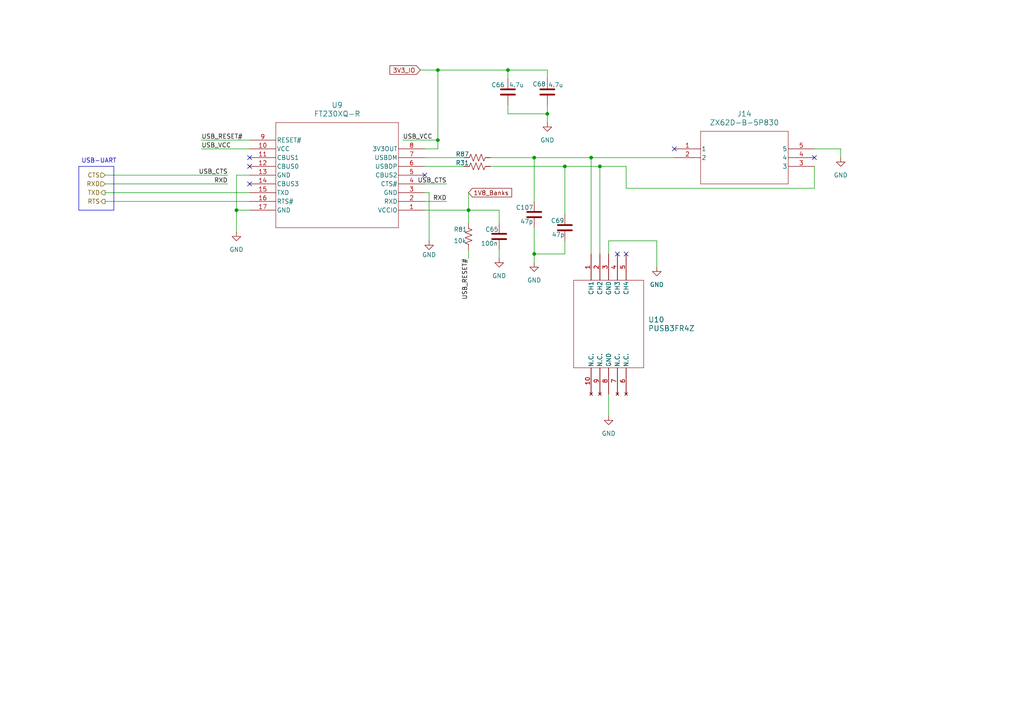
<source format=kicad_sch>
(kicad_sch (version 20231120) (generator "eeschema") (generator_version "8.0")
  (paper "A4")
  (lib_symbols
    (symbol "Device:C" (pin_numbers hide) (pin_names (offset 0.254))
      (property "Reference" "C" (at 0.635 2.54 0))
      (property "Value" "C" (at 0.635 -2.54 0))
      (symbol "C_0_1"
        (polyline (pts (xy -2.032 -0.762) (xy 2.032 -0.762)) (stroke (width 0.508)))
        (polyline (pts (xy -2.032 0.762) (xy 2.032 0.762)) (stroke (width 0.508)))
      )
      (symbol "C_1_1"
        (pin passive line (at 0 3.81 270) (length 2.794) (name "~") (number "1"))
        (pin passive line (at 0 -3.81 90) (length 2.794) (name "~") (number "2"))
      )
    )
    (symbol "Device:R_US" (pin_numbers hide) (pin_names (offset 0))
      (property "Reference" "R" (at 2.54 0 90))
      (property "Value" "R_US" (at -2.54 0 90))
      (symbol "R_US_0_1"
        (polyline (pts (xy 0 -2.286) (xy 0 -2.54)))
        (polyline (pts (xy 0 2.286) (xy 0 2.54)))
        (polyline (pts (xy 0 -0.762) (xy 1.016 -1.143) (xy 0 -1.524) (xy -1.016 -1.905) (xy 0 -2.286)))
        (polyline (pts (xy 0 0.762) (xy 1.016 0.381) (xy 0 0) (xy -1.016 -0.381) (xy 0 -0.762)))
        (polyline (pts (xy 0 2.286) (xy 1.016 1.905) (xy 0 1.524) (xy -1.016 1.143) (xy 0 0.762)))
      )
      (symbol "R_US_1_1"
        (pin passive line (at 0 3.81 270) (length 1.27) (name "~") (number "1"))
        (pin passive line (at 0 -3.81 90) (length 1.27) (name "~") (number "2"))
      )
    )
    (symbol "PSEC5_ctrlbd:FT230XQ-R" (pin_names (offset 0.254))
      (property "Reference" "U" (at 25.4 10.16 0))
      (property "Value" "FT230XQ-R" (at 25.4 7.62 0))
      (symbol "FT230XQ-R_0_1"
        (polyline (pts (xy 7.62 -25.4) (xy 43.18 -25.4)) (stroke (width 0.127)))
        (polyline (pts (xy 7.62 5.08) (xy 7.62 -25.4)) (stroke (width 0.127)))
        (polyline (pts (xy 43.18 -25.4) (xy 43.18 5.08)) (stroke (width 0.127)))
        (polyline (pts (xy 43.18 5.08) (xy 7.62 5.08)) (stroke (width 0.127)))
        (pin power_in line (at 50.8 -17.78 180) (length 7.62) (name "VCC") (number "10"))
        (pin bidirectional line (at 50.8 -15.24 180) (length 7.62) (name "CBUS1") (number "11"))
        (pin bidirectional line (at 50.8 -12.7 180) (length 7.62) (name "CBUS0") (number "12"))
        (pin bidirectional line (at 50.8 -7.62 180) (length 7.62) (name "CBUS3") (number "14"))
        (pin output line (at 50.8 -5.08 180) (length 7.62) (name "TXD") (number "15"))
        (pin output line (at 50.8 -2.54 180) (length 7.62) (name "RTS#") (number "16"))
        (pin input line (at 0 -2.54 0) (length 7.62) (name "RXD") (number "2"))
        (pin input line (at 0 -7.62 0) (length 7.62) (name "CTS#") (number "4"))
        (pin bidirectional line (at 0 -10.16 0) (length 7.62) (name "CBUS2") (number "5"))
        (pin input line (at 0 -12.7 0) (length 7.62) (name "USBDP") (number "6"))
        (pin input line (at 0 -15.24 0) (length 7.62) (name "USBDM") (number "7"))
        (pin input line (at 50.8 -20.32 180) (length 7.62) (name "RESET#") (number "9"))
      )
      (symbol "FT230XQ-R_1_1"
        (pin power_in line (at 0 0 0) (length 7.62) (name "VCCIO") (number "1"))
        (pin power_in line (at 50.8 -10.16 180) (length 7.62) (name "GND") (number "13"))
        (pin power_in line (at 50.8 0 180) (length 7.62) (name "GND") (number "17"))
        (pin power_in line (at 0 -5.08 0) (length 7.62) (name "GND") (number "3"))
        (pin input line (at 0 -17.78 0) (length 7.62) (name "3V3OUT") (number "8"))
      )
    )
    (symbol "PSEC5_ctrlbd:ZX62D-B-5P830" (pin_names (offset 0.254))
      (property "Reference" "J" (at 20.32 10.16 0))
      (property "Value" "ZX62D-B-5P830" (at 20.32 7.62 0))
      (symbol "ZX62D-B-5P830_1_1"
        (polyline (pts (xy 7.62 -10.16) (xy 33.02 -10.16)) (stroke (width 0.127)))
        (polyline (pts (xy 7.62 5.08) (xy 7.62 -10.16)) (stroke (width 0.127)))
        (polyline (pts (xy 33.02 -10.16) (xy 33.02 5.08)) (stroke (width 0.127)))
        (polyline (pts (xy 33.02 5.08) (xy 7.62 5.08)) (stroke (width 0.127)))
        (pin unspecified line (at 0 0 0) (length 7.62) (name "1") (number "1"))
        (pin unspecified line (at 0 -2.54 0) (length 7.62) (name "2") (number "2"))
        (pin unspecified line (at 40.64 -5.08 180) (length 7.62) (name "3") (number "3"))
        (pin unspecified line (at 40.64 -2.54 180) (length 7.62) (name "4") (number "4"))
        (pin unspecified line (at 40.64 0 180) (length 7.62) (name "5") (number "5"))
      )
    )
    (symbol "PUSB3FR4Z_1" (pin_names (offset 0.254))
      (property "Reference" "U" (at 20.32 10.16 0))
      (property "Value" "PUSB3FR4Z" (at 20.32 7.62 0))
      (symbol "PUSB3FR4Z_1_1_1"
        (polyline (pts (xy 7.62 -15.24) (xy 33.02 -15.24)) (stroke (width 0.127)))
        (polyline (pts (xy 7.62 5.08) (xy 7.62 -15.24)) (stroke (width 0.127)))
        (polyline (pts (xy 33.02 -15.24) (xy 33.02 5.08)) (stroke (width 0.127)))
        (polyline (pts (xy 33.02 5.08) (xy 7.62 5.08)) (stroke (width 0.127)))
        (pin bidirectional line (at 0 0 0) (length 7.62) (name "CH1") (number "1"))
        (pin no_connect line (at 40.64 0 180) (length 7.62) (name "N.C.") (number "10"))
        (pin bidirectional line (at 0 -2.54 0) (length 7.62) (name "CH2") (number "2"))
        (pin power_in line (at 0 -5.08 0) (length 7.62) (name "GND") (number "3"))
        (pin bidirectional line (at 0 -7.62 0) (length 7.62) (name "CH3") (number "4"))
        (pin bidirectional line (at 0 -10.16 0) (length 7.62) (name "CH4") (number "5"))
        (pin no_connect line (at 40.64 -10.16 180) (length 7.62) (name "N.C.") (number "6"))
        (pin no_connect line (at 40.64 -7.62 180) (length 7.62) (name "N.C.") (number "7"))
        (pin power_in line (at 40.64 -5.08 180) (length 7.62) (name "GND") (number "8"))
        (pin no_connect line (at 40.64 -2.54 180) (length 7.62) (name "N.C.") (number "9"))
      )
    )
    (symbol "power:GND" (power) (pin_numbers hide) (pin_names (offset 0) hide)
      (property "Value" "GND" (at 0 -3.81 0))
      (symbol "GND_0_1"
        (polyline (pts (xy 0 0) (xy 0 -1.27) (xy 1.27 -1.27) (xy 0 -2.54) (xy -1.27 -1.27) (xy 0 -1.27)))
      )
      (symbol "GND_1_1"
        (pin power_in line (at 0 0 270) (length 0) (name "~") (number "1"))
      )
    )
  )
  (junction (at 68.58 60.96))
  (junction (at 158.75 33.02))
  (junction (at 147.32 20.32))
  (junction (at 154.94 73.66))
  (junction (at 135.89 60.96))
  (junction (at 154.94 45.72))
  (junction (at 127 40.64))
  (junction (at 173.99 48.26))
  (junction (at 163.83 48.26))
  (junction (at 127 20.32))
  (junction (at 171.45 45.72))
  (no_connect (at 72.39 45.72))
  (no_connect (at 195.58 43.18))
  (no_connect (at 179.07 73.66))
  (no_connect (at 236.22 45.72))
  (no_connect (at 123.19 50.8))
  (no_connect (at 72.39 53.34))
  (no_connect (at 72.39 48.26))
  (no_connect (at 181.61 73.66))
  (wire (pts (xy 123.19 55.88) (xy 124.46 55.88)))
  (wire (pts (xy 190.5 69.85) (xy 190.5 77.47)))
  (wire (pts (xy 147.32 20.32) (xy 147.32 22.86)))
  (wire (pts (xy 127 40.64) (xy 127 43.18)))
  (wire (pts (xy 123.19 58.42) (xy 129.54 58.42)))
  (wire (pts (xy 163.83 48.26) (xy 173.99 48.26)))
  (wire (pts (xy 127 20.32) (xy 147.32 20.32)))
  (wire (pts (xy 154.94 66.04) (xy 154.94 73.66)))
  (wire (pts (xy 30.48 50.8) (xy 66.04 50.8)))
  (wire (pts (xy 116.84 40.64) (xy 127 40.64)))
  (wire (pts (xy 147.32 33.02) (xy 158.75 33.02)))
  (wire (pts (xy 236.22 54.61) (xy 181.61 54.61)))
  (wire (pts (xy 68.58 50.8) (xy 68.58 60.96)))
  (wire (pts (xy 30.48 53.34) (xy 66.04 53.34)))
  (wire (pts (xy 144.78 72.39) (xy 144.78 74.93)))
  (wire (pts (xy 30.48 55.88) (xy 72.39 55.88)))
  (wire (pts (xy 158.75 33.02) (xy 158.75 30.48)))
  (wire (pts (xy 171.45 45.72) (xy 195.58 45.72)))
  (wire (pts (xy 163.83 48.26) (xy 163.83 62.23)))
  (wire (pts (xy 171.45 45.72) (xy 171.45 73.66)))
  (wire (pts (xy 236.22 54.61) (xy 236.22 48.26)))
  (wire (pts (xy 163.83 73.66) (xy 154.94 73.66)))
  (wire (pts (xy 181.61 48.26) (xy 173.99 48.26)))
  (wire (pts (xy 173.99 48.26) (xy 173.99 73.66)))
  (wire (pts (xy 181.61 54.61) (xy 181.61 48.26)))
  (wire (pts (xy 154.94 45.72) (xy 154.94 58.42)))
  (wire (pts (xy 123.19 48.26) (xy 134.62 48.26)))
  (wire (pts (xy 163.83 69.85) (xy 163.83 73.66)))
  (wire (pts (xy 127 20.32) (xy 127 40.64)))
  (wire (pts (xy 68.58 60.96) (xy 72.39 60.96)))
  (wire (pts (xy 142.24 48.26) (xy 163.83 48.26)))
  (wire (pts (xy 236.22 43.18) (xy 243.84 43.18)))
  (wire (pts (xy 68.58 50.8) (xy 72.39 50.8)))
  (wire (pts (xy 147.32 30.48) (xy 147.32 33.02)))
  (wire (pts (xy 135.89 60.96) (xy 144.78 60.96)))
  (wire (pts (xy 147.32 20.32) (xy 158.75 20.32)))
  (wire (pts (xy 142.24 45.72) (xy 154.94 45.72)))
  (wire (pts (xy 123.19 53.34) (xy 129.54 53.34)))
  (wire (pts (xy 135.89 60.96) (xy 135.89 64.77)))
  (wire (pts (xy 121.92 20.32) (xy 127 20.32)))
  (wire (pts (xy 58.42 40.64) (xy 72.39 40.64)))
  (wire (pts (xy 144.78 60.96) (xy 144.78 64.77)))
  (wire (pts (xy 135.89 55.88) (xy 135.89 60.96)))
  (wire (pts (xy 158.75 20.32) (xy 158.75 22.86)))
  (wire (pts (xy 135.89 72.39) (xy 135.89 74.93)))
  (wire (pts (xy 176.53 69.85) (xy 190.5 69.85)))
  (wire (pts (xy 123.19 45.72) (xy 134.62 45.72)))
  (wire (pts (xy 176.53 73.66) (xy 176.53 69.85)))
  (wire (pts (xy 123.19 60.96) (xy 135.89 60.96)))
  (wire (pts (xy 58.42 43.18) (xy 72.39 43.18)))
  (wire (pts (xy 124.46 55.88) (xy 124.46 69.85)))
  (wire (pts (xy 30.48 58.42) (xy 72.39 58.42)))
  (wire (pts (xy 176.53 114.3) (xy 176.53 120.65)))
  (wire (pts (xy 154.94 45.72) (xy 171.45 45.72)))
  (wire (pts (xy 123.19 43.18) (xy 127 43.18)))
  (wire (pts (xy 158.75 33.02) (xy 158.75 35.56)))
  (wire (pts (xy 68.58 60.96) (xy 68.58 67.31)))
  (wire (pts (xy 154.94 73.66) (xy 154.94 76.2)))
  (wire (pts (xy 243.84 43.18) (xy 243.84 45.72)))
  (rectangle (start 22.86 48.26) (end 33.02 60.96))
  (text "USB-UART" (at 28.702 46.736 0) (effects (font (size 1.27 1.27))))
  (label "USB_RESET#" (at 58.42 40.64 0))
  (label "USB_VCC" (at 116.84 40.64 0))
  (label "USB_CTS" (at 129.54 53.34 180))
  (label "USB_VCC" (at 58.42 43.18 0))
  (label "USB_CTS" (at 66.04 50.8 180))
  (label "RXD" (at 66.04 53.34 180))
  (label "RXD" (at 129.54 58.42 180))
  (label "USB_RESET#" (at 135.89 74.93 270))
  (global_label "1V8_Banks" (shape input) (at 135.89 55.88 0) (property "Intersheetrefs" "${INTERSHEET_REFS}" (effects (hide yes))))
  (global_label "3V3_IO" (shape input) (at 121.92 20.32 180) (property "Intersheetrefs" "${INTERSHEET_REFS}" (effects (hide yes))))
  (hierarchical_label "RTS" (shape output) (at 30.48 58.42 180))
  (hierarchical_label "RXD" (shape input) (at 30.48 53.34 180))
  (hierarchical_label "CTS" (shape input) (at 30.48 50.8 180))
  (hierarchical_label "TXD" (shape output) (at 30.48 55.88 180))
  (symbol (lib_id "Device:R_US") (at 138.43 45.72 90) (unit 1)
    (property "Reference" "R87" (at 134.112 44.704 90))
    (property "Value" "27R" (effects (hide yes)))
    (property "Footprint" "Resistor_SMD:R_0603_1608Metric" (effects (hide yes)))
    (property "Description" "Resistor, US symbol" (effects (hide yes)))
  )
  (symbol (lib_name "PUSB3FR4Z_1") (lib_id "PSEC5_ctrlbd:PUSB3FR4Z") (at 171.45 73.66 90) (mirror x) (unit 1)
    (property "Reference" "U10" (at 187.96 92.7099 90) (effects (font (size 1.524 1.524)) (justify right)))
    (property "Value" "PUSB3FR4Z" (at 187.96 95.2499 90) (effects (font (size 1.524 1.524)) (justify right)))
    (property "Footprint" "PUSB3FR4Z:U_PUSB3FR4Z_NEX" (effects (hide yes)))
    (property "Datasheet" "PUSB3FR4Z" (effects (hide yes)))
  )
  (symbol (lib_id "PSEC5_ctrlbd:FT230XQ-R") (at 123.19 60.96 180) (unit 1)
    (property "Reference" "U9" (at 97.79 30.48 0) (effects (font (size 1.524 1.524))))
    (property "Value" "FT230XQ-R" (at 97.79 33.02 0) (effects (font (size 1.524 1.524))))
    (property "Footprint" "FT230XQ_R:QFN-16_FTD" (effects (hide yes)))
    (property "Datasheet" "FT230XQ-R" (effects (hide yes)))
  )
  (symbol (lib_id "Device:R_US") (at 138.43 48.26 90) (unit 1)
    (property "Reference" "R31" (at 134.112 47.244 90))
    (property "Value" "27R" (effects (hide yes)))
    (property "Footprint" "Resistor_SMD:R_0603_1608Metric" (effects (hide yes)))
    (property "Description" "Resistor, US symbol" (effects (hide yes)))
  )
  (symbol (lib_id "power:GND") (at 154.94 76.2 0) (unit 1)
    (property "Reference" "#PWR0100" (effects (hide yes)))
    (property "Value" "GND" (at 154.94 81.28 0))
    (property "Description" "Power symbol creates a global label with name \"GND\" , ground" (effects (hide yes)))
  )
  (symbol (lib_id "Device:C") (at 144.78 68.58 0) (unit 1)
    (property "Reference" "C65" (at 140.716 66.548 0) (effects (justify left)))
    (property "Value" "100n" (at 139.446 70.612 0) (effects (justify left)))
    (property "Footprint" "Capacitor_SMD:C_0603_1608Metric" (effects (hide yes)))
    (property "Description" "Unpolarized capacitor" (effects (hide yes)))
  )
  (symbol (lib_id "power:GND") (at 190.5 77.47 0) (unit 1)
    (property "Reference" "#PWR0103" (effects (hide yes)))
    (property "Value" "GND" (at 190.5 82.55 0))
    (property "Description" "Power symbol creates a global label with name \"GND\" , ground" (effects (hide yes)))
  )
  (symbol (lib_id "power:GND") (at 158.75 35.56 0) (unit 1)
    (property "Reference" "#PWR0101" (effects (hide yes)))
    (property "Value" "GND" (at 158.75 40.64 0))
    (property "Description" "Power symbol creates a global label with name \"GND\" , ground" (effects (hide yes)))
  )
  (symbol (lib_id "power:GND") (at 176.53 120.65 0) (unit 1)
    (property "Reference" "#PWR0102" (effects (hide yes)))
    (property "Value" "GND" (at 176.53 125.73 0))
    (property "Description" "Power symbol creates a global label with name \"GND\" , ground" (effects (hide yes)))
  )
  (symbol (lib_id "power:GND") (at 243.84 45.72 0) (unit 1)
    (property "Reference" "#PWR0105" (effects (hide yes)))
    (property "Value" "GND" (at 243.84 50.8 0))
    (property "Description" "Power symbol creates a global label with name \"GND\" , ground" (effects (hide yes)))
  )
  (symbol (lib_id "Device:C") (at 154.94 62.23 0) (unit 1)
    (property "Reference" "C107" (at 149.606 60.198 0) (effects (justify left)))
    (property "Value" "47p" (at 150.876 64.262 0) (effects (justify left)))
    (property "Footprint" "Capacitor_SMD:C_0603_1608Metric" (effects (hide yes)))
    (property "Description" "Unpolarized capacitor" (effects (hide yes)))
  )
  (symbol (lib_id "power:GND") (at 144.78 74.93 0) (unit 1)
    (property "Reference" "#PWR099" (effects (hide yes)))
    (property "Value" "GND" (at 144.78 80.01 0))
    (property "Description" "Power symbol creates a global label with name \"GND\" , ground" (effects (hide yes)))
  )
  (symbol (lib_id "Device:C") (at 163.83 66.04 0) (unit 1)
    (property "Reference" "C69" (at 159.766 64.008 0) (effects (justify left)))
    (property "Value" "47p" (at 160.02 68.072 0) (effects (justify left)))
    (property "Footprint" "Capacitor_SMD:C_0603_1608Metric" (effects (hide yes)))
    (property "Description" "Unpolarized capacitor" (effects (hide yes)))
  )
  (symbol (lib_id "power:GND") (at 124.46 69.85 0) (unit 1)
    (property "Reference" "#PWR046" (effects (hide yes)))
    (property "Value" "GND" (at 124.46 73.914 0))
    (property "Description" "Power symbol creates a global label with name \"GND\" , ground" (effects (hide yes)))
  )
  (symbol (lib_id "Device:C") (at 147.32 26.67 0) (unit 1)
    (property "Reference" "C66" (at 142.494 24.638 0) (effects (justify left)))
    (property "Value" "4.7u" (at 147.574 24.638 0) (effects (justify left)))
    (property "Footprint" "Capacitor_SMD:C_0603_1608Metric" (effects (hide yes)))
    (property "Description" "Unpolarized capacitor" (effects (hide yes)))
  )
  (symbol (lib_id "Device:C") (at 158.75 26.67 0) (unit 1)
    (property "Reference" "C68" (at 154.432 24.384 0) (effects (justify left)))
    (property "Value" "4.7u" (at 159.004 24.638 0) (effects (justify left)))
    (property "Footprint" "Capacitor_SMD:C_0603_1608Metric" (effects (hide yes)))
    (property "Description" "Unpolarized capacitor" (effects (hide yes)))
  )
  (symbol (lib_id "power:GND") (at 68.58 67.31 0) (unit 1)
    (property "Reference" "#PWR096" (effects (hide yes)))
    (property "Value" "GND" (at 68.58 72.39 0))
    (property "Description" "Power symbol creates a global label with name \"GND\" , ground" (effects (hide yes)))
  )
  (symbol (lib_id "Device:R_US") (at 135.89 68.58 180) (unit 1)
    (property "Reference" "R81" (at 131.572 66.548 0) (effects (justify right)))
    (property "Value" "10k" (at 131.572 69.85 0) (effects (justify right)))
    (property "Footprint" "Resistor_SMD:R_0603_1608Metric" (effects (hide yes)))
    (property "Description" "Resistor, US symbol" (effects (hide yes)))
  )
  (symbol (lib_id "PSEC5_ctrlbd:ZX62D-B-5P830") (at 195.58 43.18 0) (unit 1)
    (property "Reference" "J14" (at 215.9 33.02 0) (effects (font (size 1.524 1.524))))
    (property "Value" "ZX62D-B-5P830" (at 215.9 35.56 0) (effects (font (size 1.524 1.524))))
    (property "Footprint" "ZX62D_B_5P8_30_:ZX62D-B-5P830_HIR" (effects (hide yes)))
    (property "Datasheet" "ZX62D-B-5P830" (effects (hide yes)))
  )
)
</source>
